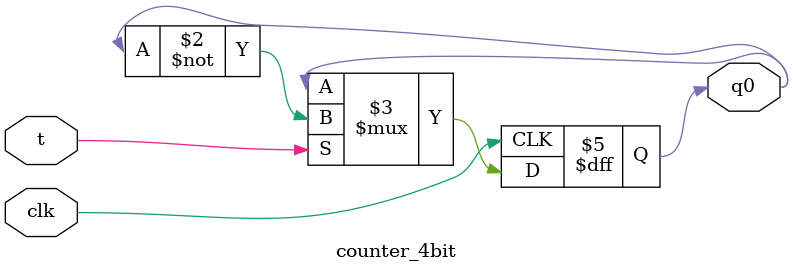
<source format=v>
`timescale 1ns / 1ps
module counter_4bit(t,clk,q0/*,q1,q2,q3*/);
input t,clk;
output q0 /*,q1,q2,q3 */;
reg q0 /*,q1,q2,q3 */ ;

//initial
//begin q0=0; q1=0; q2=0; q3=0;  end

always @ (negedge clk) begin
if(t)
q0<=~q0; end
/*always @ (negedge clk) begin
if(t) 
q1<=~q1; end
always @ (negedge clk) begin
if(t)
q2<=~q2; end
always @ (negedge clk) begin
if(t)
q3<=~q3; end */


endmodule

</source>
